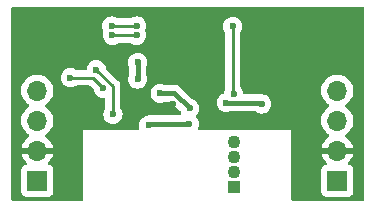
<source format=gbr>
%TF.GenerationSoftware,KiCad,Pcbnew,7.0.11-7.0.11~ubuntu22.04.1*%
%TF.CreationDate,2024-04-16T15:44:39+02:00*%
%TF.ProjectId,I2C_Module_SHT85_BME280_FUEL4EP,4932435f-4d6f-4647-956c-655f53485438,V1.3*%
%TF.SameCoordinates,Original*%
%TF.FileFunction,Copper,L2,Bot*%
%TF.FilePolarity,Positive*%
%FSLAX46Y46*%
G04 Gerber Fmt 4.6, Leading zero omitted, Abs format (unit mm)*
G04 Created by KiCad (PCBNEW 7.0.11-7.0.11~ubuntu22.04.1) date 2024-04-16 15:44:39*
%MOMM*%
%LPD*%
G01*
G04 APERTURE LIST*
%TA.AperFunction,ComponentPad*%
%ADD10R,1.100000X1.100000*%
%TD*%
%TA.AperFunction,ComponentPad*%
%ADD11C,1.100000*%
%TD*%
%TA.AperFunction,ComponentPad*%
%ADD12R,1.700000X1.700000*%
%TD*%
%TA.AperFunction,ComponentPad*%
%ADD13O,1.700000X1.700000*%
%TD*%
%TA.AperFunction,ViaPad*%
%ADD14C,0.600000*%
%TD*%
%TA.AperFunction,Conductor*%
%ADD15C,0.400000*%
%TD*%
%TA.AperFunction,Conductor*%
%ADD16C,0.250000*%
%TD*%
G04 APERTURE END LIST*
D10*
%TO.P,U2,1,SCL*%
%TO.N,/SCL*%
X19125000Y1420000D03*
D11*
%TO.P,U2,2,VDD*%
%TO.N,VDDA*%
X19125000Y2690000D03*
%TO.P,U2,3,VSS*%
%TO.N,GND*%
X19125000Y3960000D03*
%TO.P,U2,4,SDA*%
%TO.N,/SDA*%
X19125000Y5230000D03*
%TD*%
D12*
%TO.P,J1,1,Pin_1*%
%TO.N,VCC*%
X2500000Y2000000D03*
D13*
%TO.P,J1,2,Pin_2*%
%TO.N,GND*%
X2500000Y4540000D03*
%TO.P,J1,3,Pin_3*%
%TO.N,/SCL*%
X2500000Y7080000D03*
%TO.P,J1,4,Pin_4*%
%TO.N,/SDA*%
X2500000Y9620000D03*
%TD*%
D12*
%TO.P,J2,1,Pin_1*%
%TO.N,VCC*%
X27900000Y2000000D03*
D13*
%TO.P,J2,2,Pin_2*%
%TO.N,GND*%
X27900000Y4540000D03*
%TO.P,J2,3,Pin_3*%
%TO.N,/SCL*%
X27900000Y7080000D03*
%TO.P,J2,4,Pin_4*%
%TO.N,/SDA*%
X27900000Y9620000D03*
%TD*%
D14*
%TO.N,VCC*%
X18500000Y8600000D03*
X11925000Y6675000D03*
X21487104Y8490452D03*
X15368742Y6831258D03*
%TO.N,GND*%
X4250000Y6290000D03*
X17625002Y7650000D03*
X12252178Y11675500D03*
X26180000Y6260000D03*
X5300000Y8200000D03*
X14019014Y8491742D03*
X9500500Y11500500D03*
X9700000Y6500000D03*
X17020000Y7000000D03*
X24410000Y8030000D03*
X22800000Y8900000D03*
X10700000Y9000000D03*
%TO.N,/SCL*%
X8857217Y14300000D03*
X7500000Y11400000D03*
X8900000Y7600000D03*
X10900000Y14300000D03*
%TO.N,/SDA*%
X19124500Y9347188D03*
X19050000Y15050000D03*
X5300000Y10700000D03*
X8786493Y15096368D03*
X10900000Y15099503D03*
X8100000Y9800002D03*
%TO.N,VDDA*%
X10985000Y10597577D03*
X11000000Y12000000D03*
X12900000Y9400000D03*
X15395802Y8104198D03*
%TD*%
D15*
%TO.N,VCC*%
X12081258Y6831258D02*
X11925000Y6675000D01*
X18500000Y8600000D02*
X21377556Y8600000D01*
X15368742Y6831258D02*
X12081258Y6831258D01*
X21377556Y8600000D02*
X21487104Y8490452D01*
D16*
%TO.N,/SCL*%
X7500000Y11400000D02*
X8900000Y10000000D01*
X10900000Y14300000D02*
X8857217Y14300000D01*
X8900000Y10000000D02*
X8900000Y7600000D01*
%TO.N,/SDA*%
X5300000Y10700000D02*
X7200000Y10700000D01*
X7200000Y10700000D02*
X8100000Y9800002D01*
X19050000Y15050000D02*
X19050000Y9421688D01*
X10900000Y15099503D02*
X10896865Y15096368D01*
X19050000Y9421688D02*
X19124500Y9347188D01*
X10896865Y15096368D02*
X8786493Y15096368D01*
D15*
%TO.N,VDDA*%
X11000000Y12000000D02*
X11000000Y10619423D01*
X14100000Y9400000D02*
X15395802Y8104198D01*
X11000000Y10619423D02*
X11000000Y10612577D01*
X11000000Y10619423D02*
X10981577Y10601000D01*
X11000000Y10612577D02*
X10985000Y10597577D01*
X12900000Y9400000D02*
X14100000Y9400000D01*
%TD*%
%TA.AperFunction,Conductor*%
%TO.N,GND*%
G36*
X30142121Y16679998D02*
G01*
X30188614Y16626342D01*
X30200000Y16574000D01*
X30200000Y426000D01*
X30179998Y357879D01*
X30126342Y311386D01*
X30074000Y300000D01*
X24126000Y300000D01*
X24057879Y320002D01*
X24011386Y373658D01*
X24000000Y426000D01*
X24000000Y6300000D01*
X16216475Y6300000D01*
X16148354Y6320002D01*
X16101861Y6373658D01*
X16091757Y6443932D01*
X16100108Y6471332D01*
X16099448Y6471564D01*
X16107282Y6493953D01*
X16161959Y6650211D01*
X16182358Y6831258D01*
X16161959Y7012305D01*
X16138272Y7080000D01*
X26536844Y7080000D01*
X26555401Y6856050D01*
X26555437Y6855624D01*
X26610702Y6637387D01*
X26610703Y6637386D01*
X26701141Y6431206D01*
X26824275Y6242734D01*
X26824279Y6242729D01*
X26976762Y6077091D01*
X27154424Y5938811D01*
X27154430Y5938807D01*
X27188207Y5920528D01*
X27238597Y5870515D01*
X27253949Y5801198D01*
X27229388Y5734585D01*
X27188207Y5698902D01*
X27154704Y5680771D01*
X27154698Y5680767D01*
X26977097Y5542534D01*
X26824674Y5376958D01*
X26701580Y5188548D01*
X26611179Y4982456D01*
X26611176Y4982449D01*
X26563455Y4794000D01*
X27468884Y4794000D01*
X27440507Y4749844D01*
X27400000Y4611889D01*
X27400000Y4468111D01*
X27440507Y4330156D01*
X27468884Y4286000D01*
X26563456Y4286000D01*
X26563455Y4285999D01*
X26611176Y4097550D01*
X26611179Y4097543D01*
X26701580Y3891451D01*
X26824674Y3703041D01*
X26967981Y3547367D01*
X26999401Y3483701D01*
X26991414Y3413156D01*
X26946554Y3358127D01*
X26919312Y3343975D01*
X26803796Y3300889D01*
X26803792Y3300887D01*
X26686738Y3213261D01*
X26599112Y3096207D01*
X26599110Y3096202D01*
X26548011Y2959204D01*
X26548009Y2959196D01*
X26541500Y2898649D01*
X26541500Y1101350D01*
X26548009Y1040803D01*
X26548011Y1040795D01*
X26599110Y903797D01*
X26599112Y903792D01*
X26686738Y786738D01*
X26803792Y699112D01*
X26803797Y699110D01*
X26940795Y648011D01*
X26940803Y648009D01*
X27001350Y641500D01*
X27001362Y641500D01*
X28798649Y641500D01*
X28859196Y648009D01*
X28859204Y648011D01*
X28996202Y699110D01*
X28996207Y699112D01*
X29113261Y786738D01*
X29200887Y903792D01*
X29200889Y903797D01*
X29251988Y1040795D01*
X29251990Y1040803D01*
X29258499Y1101350D01*
X29258500Y1101367D01*
X29258500Y2898632D01*
X29258499Y2898649D01*
X29251990Y2959196D01*
X29251988Y2959204D01*
X29244960Y2978045D01*
X29200889Y3096204D01*
X29113261Y3213261D01*
X28996204Y3300889D01*
X28880684Y3343976D01*
X28823852Y3386521D01*
X28799041Y3453042D01*
X28814133Y3522416D01*
X28832018Y3547367D01*
X28975325Y3703041D01*
X29098419Y3891451D01*
X29188820Y4097543D01*
X29188823Y4097550D01*
X29236544Y4285999D01*
X29236544Y4286000D01*
X28331116Y4286000D01*
X28359493Y4330156D01*
X28400000Y4468111D01*
X28400000Y4611889D01*
X28359493Y4749844D01*
X28331116Y4794000D01*
X29236544Y4794000D01*
X29188823Y4982449D01*
X29188820Y4982456D01*
X29098419Y5188548D01*
X28975325Y5376958D01*
X28822902Y5542534D01*
X28645301Y5680767D01*
X28611793Y5698901D01*
X28561403Y5748914D01*
X28546050Y5818230D01*
X28570610Y5884844D01*
X28611792Y5920528D01*
X28645576Y5938811D01*
X28774155Y6038889D01*
X28823237Y6077091D01*
X28975720Y6242729D01*
X28975724Y6242734D01*
X29098858Y6431206D01*
X29098860Y6431209D01*
X29189296Y6637384D01*
X29244564Y6855632D01*
X29263156Y7080000D01*
X29244564Y7304368D01*
X29189296Y7522616D01*
X29098860Y7728791D01*
X28975722Y7917268D01*
X28823240Y8082906D01*
X28645576Y8221189D01*
X28612319Y8239186D01*
X28561929Y8289198D01*
X28546576Y8358515D01*
X28571136Y8425128D01*
X28612320Y8460814D01*
X28645569Y8478807D01*
X28645570Y8478808D01*
X28645576Y8478811D01*
X28741382Y8553381D01*
X28823237Y8617091D01*
X28975720Y8782729D01*
X28975724Y8782734D01*
X29098858Y8971206D01*
X29098860Y8971209D01*
X29189296Y9177384D01*
X29200973Y9223493D01*
X29244562Y9395624D01*
X29244564Y9395632D01*
X29263156Y9620000D01*
X29244564Y9844368D01*
X29189296Y10062616D01*
X29098860Y10268791D01*
X28975722Y10457268D01*
X28823240Y10622906D01*
X28645576Y10761189D01*
X28447574Y10868342D01*
X28234635Y10941444D01*
X28012569Y10978500D01*
X27787431Y10978500D01*
X27565365Y10941444D01*
X27464227Y10906723D01*
X27352428Y10868343D01*
X27352427Y10868342D01*
X27352426Y10868342D01*
X27154424Y10761189D01*
X27031331Y10665381D01*
X26976762Y10622908D01*
X26824279Y10457270D01*
X26824275Y10457265D01*
X26702600Y10271026D01*
X26701140Y10268791D01*
X26611263Y10063889D01*
X26610703Y10062613D01*
X26610702Y10062612D01*
X26555437Y9844375D01*
X26555436Y9844370D01*
X26555436Y9844368D01*
X26536844Y9620000D01*
X26553384Y9420393D01*
X26555437Y9395624D01*
X26610702Y9177387D01*
X26610703Y9177386D01*
X26701141Y8971206D01*
X26824275Y8782734D01*
X26824279Y8782729D01*
X26976762Y8617091D01*
X27139468Y8490452D01*
X27154424Y8478811D01*
X27154431Y8478807D01*
X27187680Y8460814D01*
X27238071Y8410800D01*
X27253423Y8341484D01*
X27228862Y8274871D01*
X27187680Y8239186D01*
X27154424Y8221189D01*
X27046816Y8137433D01*
X26976762Y8082908D01*
X26824279Y7917270D01*
X26824275Y7917265D01*
X26703755Y7732794D01*
X26701140Y7728791D01*
X26611409Y7524222D01*
X26610703Y7522613D01*
X26610702Y7522612D01*
X26555437Y7304375D01*
X26555436Y7304370D01*
X26555436Y7304368D01*
X26536844Y7080000D01*
X16138272Y7080000D01*
X16101785Y7184273D01*
X16004853Y7338539D01*
X15978289Y7365102D01*
X15944264Y7427413D01*
X15949328Y7498229D01*
X15978287Y7543291D01*
X16031913Y7596917D01*
X16031915Y7596919D01*
X16128843Y7751179D01*
X16128844Y7751182D01*
X16128845Y7751183D01*
X16189019Y7923151D01*
X16209418Y8104198D01*
X16189019Y8285245D01*
X16128845Y8457213D01*
X16039126Y8600000D01*
X17686384Y8600000D01*
X17706783Y8418953D01*
X17706783Y8418950D01*
X17706784Y8418949D01*
X17766957Y8246984D01*
X17766958Y8246981D01*
X17863887Y8092720D01*
X17863888Y8092718D01*
X17992718Y7963888D01*
X17992720Y7963887D01*
X18146981Y7866958D01*
X18146984Y7866957D01*
X18318949Y7806784D01*
X18318950Y7806783D01*
X18318953Y7806783D01*
X18500000Y7786384D01*
X18681047Y7806783D01*
X18853015Y7866957D01*
X18861337Y7872186D01*
X18928375Y7891500D01*
X20890473Y7891500D01*
X20958594Y7871498D01*
X20979568Y7854595D01*
X20979822Y7854340D01*
X20979824Y7854339D01*
X21134085Y7757410D01*
X21134088Y7757409D01*
X21306053Y7697236D01*
X21306054Y7697235D01*
X21306057Y7697235D01*
X21487104Y7676836D01*
X21668151Y7697235D01*
X21840119Y7757409D01*
X21840122Y7757410D01*
X21994383Y7854339D01*
X21994385Y7854340D01*
X22123215Y7983170D01*
X22123216Y7983172D01*
X22220145Y8137433D01*
X22220146Y8137436D01*
X22220147Y8137437D01*
X22280321Y8309405D01*
X22300720Y8490452D01*
X22280321Y8671499D01*
X22220147Y8843467D01*
X22123215Y8997733D01*
X21994385Y9126563D01*
X21840119Y9223495D01*
X21668151Y9283669D01*
X21487104Y9304068D01*
X21487102Y9304067D01*
X21487100Y9304068D01*
X21480026Y9304068D01*
X21480026Y9305130D01*
X21455795Y9305960D01*
X21420649Y9312402D01*
X21360565Y9308767D01*
X21359946Y9308730D01*
X21352338Y9308500D01*
X20055075Y9308500D01*
X19986954Y9328502D01*
X19940461Y9382158D01*
X19929868Y9420388D01*
X19917717Y9528235D01*
X19857543Y9700203D01*
X19760611Y9854469D01*
X19720406Y9894674D01*
X19686380Y9956985D01*
X19683500Y9983770D01*
X19683500Y14502262D01*
X19702813Y14569298D01*
X19783041Y14696981D01*
X19783042Y14696984D01*
X19783043Y14696985D01*
X19843217Y14868953D01*
X19863616Y15050000D01*
X19843217Y15231047D01*
X19783043Y15403015D01*
X19686111Y15557281D01*
X19557281Y15686111D01*
X19403015Y15783043D01*
X19231047Y15843217D01*
X19050000Y15863616D01*
X18868953Y15843217D01*
X18696985Y15783043D01*
X18696982Y15783041D01*
X18696981Y15783041D01*
X18542720Y15686112D01*
X18542718Y15686111D01*
X18413888Y15557281D01*
X18413887Y15557279D01*
X18316958Y15403018D01*
X18316957Y15403015D01*
X18256783Y15231047D01*
X18236384Y15050000D01*
X18256783Y14868953D01*
X18256783Y14868950D01*
X18256784Y14868949D01*
X18316957Y14696984D01*
X18316958Y14696981D01*
X18397187Y14569298D01*
X18416500Y14502262D01*
X18416500Y9776358D01*
X18397185Y9709319D01*
X18391457Y9700203D01*
X18331283Y9528235D01*
X18324816Y9470837D01*
X18297311Y9405385D01*
X18241226Y9366019D01*
X18146985Y9333043D01*
X18146980Y9333040D01*
X17992720Y9236112D01*
X17992718Y9236111D01*
X17863888Y9107281D01*
X17863887Y9107279D01*
X17766958Y8953018D01*
X17766957Y8953015D01*
X17742284Y8882502D01*
X17706783Y8781047D01*
X17686384Y8600000D01*
X16039126Y8600000D01*
X16031913Y8611479D01*
X15903083Y8740309D01*
X15748817Y8837241D01*
X15646607Y8873005D01*
X15599132Y8902836D01*
X14618812Y9883156D01*
X14613627Y9888663D01*
X14573273Y9934215D01*
X14523195Y9968780D01*
X14517140Y9973235D01*
X14469226Y10010775D01*
X14459922Y10014961D01*
X14440066Y10026161D01*
X14431675Y10031954D01*
X14374802Y10053522D01*
X14367797Y10056423D01*
X14312329Y10081389D01*
X14302303Y10083226D01*
X14280330Y10089351D01*
X14270801Y10092965D01*
X14210398Y10100299D01*
X14202951Y10101432D01*
X14143093Y10112402D01*
X14083128Y10108774D01*
X14082390Y10108730D01*
X14074782Y10108500D01*
X13328375Y10108500D01*
X13261337Y10127814D01*
X13260911Y10128081D01*
X13253015Y10133043D01*
X13081047Y10193217D01*
X12900000Y10213616D01*
X12718953Y10193217D01*
X12546985Y10133043D01*
X12546982Y10133041D01*
X12546981Y10133041D01*
X12392720Y10036112D01*
X12392718Y10036111D01*
X12263888Y9907281D01*
X12263887Y9907279D01*
X12166958Y9753018D01*
X12166957Y9753015D01*
X12120048Y9618955D01*
X12106783Y9581047D01*
X12086384Y9400000D01*
X12106783Y9218953D01*
X12106783Y9218950D01*
X12106784Y9218949D01*
X12166957Y9046984D01*
X12166958Y9046981D01*
X12263887Y8892720D01*
X12263888Y8892718D01*
X12392718Y8763888D01*
X12392720Y8763887D01*
X12546981Y8666958D01*
X12546984Y8666957D01*
X12718949Y8606784D01*
X12718950Y8606783D01*
X12718953Y8606783D01*
X12900000Y8586384D01*
X13081047Y8606783D01*
X13094468Y8611479D01*
X13253015Y8666957D01*
X13261337Y8672186D01*
X13328375Y8691500D01*
X13754339Y8691500D01*
X13822460Y8671498D01*
X13843435Y8654595D01*
X14597162Y7900866D01*
X14626995Y7853387D01*
X14662759Y7751181D01*
X14674313Y7732794D01*
X14693619Y7664473D01*
X14672924Y7596560D01*
X14618797Y7550616D01*
X14567626Y7539758D01*
X12106463Y7539758D01*
X12098856Y7539988D01*
X12038165Y7543659D01*
X11978321Y7532692D01*
X11970878Y7531559D01*
X11910457Y7524223D01*
X11900917Y7520605D01*
X11878961Y7514484D01*
X11868929Y7512646D01*
X11813456Y7487679D01*
X11806482Y7484790D01*
X11785550Y7476851D01*
X11754986Y7469459D01*
X11743953Y7468217D01*
X11571985Y7408043D01*
X11571982Y7408041D01*
X11571981Y7408041D01*
X11417720Y7311112D01*
X11417718Y7311111D01*
X11288888Y7182281D01*
X11288887Y7182279D01*
X11191958Y7028018D01*
X11191957Y7028015D01*
X11131783Y6856047D01*
X11111384Y6675000D01*
X11131783Y6493953D01*
X11131783Y6493950D01*
X11131784Y6493949D01*
X11140999Y6467615D01*
X11144618Y6396710D01*
X11109329Y6335105D01*
X11046336Y6302359D01*
X11022070Y6300000D01*
X6400000Y6300000D01*
X6400000Y426000D01*
X6379998Y357879D01*
X6326342Y311386D01*
X6274000Y300000D01*
X426000Y300000D01*
X357879Y320002D01*
X311386Y373658D01*
X300000Y426000D01*
X300000Y7080000D01*
X1136844Y7080000D01*
X1155401Y6856050D01*
X1155437Y6855624D01*
X1210702Y6637387D01*
X1210703Y6637386D01*
X1301141Y6431206D01*
X1424275Y6242734D01*
X1424279Y6242729D01*
X1576762Y6077091D01*
X1754424Y5938811D01*
X1754430Y5938807D01*
X1788207Y5920528D01*
X1838597Y5870515D01*
X1853949Y5801198D01*
X1829388Y5734585D01*
X1788207Y5698902D01*
X1754704Y5680771D01*
X1754698Y5680767D01*
X1577097Y5542534D01*
X1424674Y5376958D01*
X1301580Y5188548D01*
X1211179Y4982456D01*
X1211176Y4982449D01*
X1163455Y4794000D01*
X2068884Y4794000D01*
X2040507Y4749844D01*
X2000000Y4611889D01*
X2000000Y4468111D01*
X2040507Y4330156D01*
X2068884Y4286000D01*
X1163456Y4286000D01*
X1163455Y4285999D01*
X1211176Y4097550D01*
X1211179Y4097543D01*
X1301580Y3891451D01*
X1424674Y3703041D01*
X1567981Y3547367D01*
X1599401Y3483701D01*
X1591414Y3413156D01*
X1546554Y3358127D01*
X1519312Y3343975D01*
X1403796Y3300889D01*
X1403792Y3300887D01*
X1286738Y3213261D01*
X1199112Y3096207D01*
X1199110Y3096202D01*
X1148011Y2959204D01*
X1148009Y2959196D01*
X1141500Y2898649D01*
X1141500Y1101350D01*
X1148009Y1040803D01*
X1148011Y1040795D01*
X1199110Y903797D01*
X1199112Y903792D01*
X1286738Y786738D01*
X1403792Y699112D01*
X1403797Y699110D01*
X1540795Y648011D01*
X1540803Y648009D01*
X1601350Y641500D01*
X1601362Y641500D01*
X3398649Y641500D01*
X3459196Y648009D01*
X3459204Y648011D01*
X3596202Y699110D01*
X3596207Y699112D01*
X3713261Y786738D01*
X3800887Y903792D01*
X3800889Y903797D01*
X3851988Y1040795D01*
X3851990Y1040803D01*
X3858499Y1101350D01*
X3858500Y1101367D01*
X3858500Y2898632D01*
X3858499Y2898649D01*
X3851990Y2959196D01*
X3851988Y2959204D01*
X3844960Y2978045D01*
X3800889Y3096204D01*
X3713261Y3213261D01*
X3596204Y3300889D01*
X3480684Y3343976D01*
X3423852Y3386521D01*
X3399041Y3453042D01*
X3414133Y3522416D01*
X3432018Y3547367D01*
X3575325Y3703041D01*
X3698419Y3891451D01*
X3788820Y4097543D01*
X3788823Y4097550D01*
X3836544Y4285999D01*
X3836544Y4286000D01*
X2931116Y4286000D01*
X2959493Y4330156D01*
X3000000Y4468111D01*
X3000000Y4611889D01*
X2959493Y4749844D01*
X2931116Y4794000D01*
X3836544Y4794000D01*
X3788823Y4982449D01*
X3788820Y4982456D01*
X3698419Y5188548D01*
X3575325Y5376958D01*
X3422902Y5542534D01*
X3245301Y5680767D01*
X3211793Y5698901D01*
X3161403Y5748914D01*
X3146050Y5818230D01*
X3170610Y5884844D01*
X3211792Y5920528D01*
X3245576Y5938811D01*
X3374155Y6038889D01*
X3423237Y6077091D01*
X3575720Y6242729D01*
X3575724Y6242734D01*
X3698858Y6431206D01*
X3698860Y6431209D01*
X3789296Y6637384D01*
X3844564Y6855632D01*
X3863156Y7080000D01*
X3844564Y7304368D01*
X3789296Y7522616D01*
X3698860Y7728791D01*
X3575722Y7917268D01*
X3423240Y8082906D01*
X3245576Y8221189D01*
X3212319Y8239186D01*
X3161929Y8289198D01*
X3146576Y8358515D01*
X3171136Y8425128D01*
X3212320Y8460814D01*
X3245569Y8478807D01*
X3245570Y8478808D01*
X3245576Y8478811D01*
X3341382Y8553381D01*
X3423237Y8617091D01*
X3575720Y8782729D01*
X3575724Y8782734D01*
X3698858Y8971206D01*
X3698860Y8971209D01*
X3789296Y9177384D01*
X3800973Y9223493D01*
X3844562Y9395624D01*
X3844564Y9395632D01*
X3863156Y9620000D01*
X3844564Y9844368D01*
X3789296Y10062616D01*
X3698860Y10268791D01*
X3575722Y10457268D01*
X3423240Y10622906D01*
X3324191Y10700000D01*
X4486384Y10700000D01*
X4506783Y10518953D01*
X4506783Y10518950D01*
X4506784Y10518949D01*
X4566957Y10346984D01*
X4566958Y10346981D01*
X4663887Y10192720D01*
X4663888Y10192718D01*
X4792718Y10063888D01*
X4792720Y10063887D01*
X4946981Y9966958D01*
X4946984Y9966957D01*
X5118949Y9906784D01*
X5118950Y9906783D01*
X5118953Y9906783D01*
X5300000Y9886384D01*
X5481047Y9906783D01*
X5482465Y9907279D01*
X5653015Y9966957D01*
X5653017Y9966958D01*
X5780701Y10047187D01*
X5847737Y10066500D01*
X6885406Y10066500D01*
X6953527Y10046498D01*
X6974496Y10029599D01*
X7120957Y9883139D01*
X7265657Y9738439D01*
X7299682Y9676127D01*
X7301768Y9663454D01*
X7306781Y9618963D01*
X7306784Y9618949D01*
X7366957Y9446986D01*
X7366958Y9446983D01*
X7463887Y9292722D01*
X7463888Y9292720D01*
X7592718Y9163890D01*
X7592720Y9163889D01*
X7746981Y9066960D01*
X7746984Y9066959D01*
X7918949Y9006786D01*
X7918950Y9006785D01*
X7918953Y9006785D01*
X8100000Y8986386D01*
X8100001Y8986386D01*
X8100003Y8986386D01*
X8126397Y8989359D01*
X8196328Y8977108D01*
X8248535Y8928993D01*
X8266500Y8864151D01*
X8266500Y8147737D01*
X8247187Y8080701D01*
X8173789Y7963888D01*
X8166957Y7953015D01*
X8106783Y7781047D01*
X8086384Y7600000D01*
X8106783Y7418953D01*
X8106783Y7418950D01*
X8106784Y7418949D01*
X8166957Y7246984D01*
X8166958Y7246981D01*
X8263887Y7092720D01*
X8263888Y7092718D01*
X8392718Y6963888D01*
X8392720Y6963887D01*
X8546981Y6866958D01*
X8546984Y6866957D01*
X8718949Y6806784D01*
X8718950Y6806783D01*
X8718953Y6806783D01*
X8900000Y6786384D01*
X9081047Y6806783D01*
X9221845Y6856050D01*
X9253015Y6866957D01*
X9253018Y6866958D01*
X9407279Y6963887D01*
X9407281Y6963888D01*
X9536111Y7092718D01*
X9536112Y7092720D01*
X9633041Y7246981D01*
X9633042Y7246984D01*
X9633043Y7246985D01*
X9693217Y7418953D01*
X9713616Y7600000D01*
X9693217Y7781047D01*
X9633043Y7953015D01*
X9589817Y8021807D01*
X9552813Y8080701D01*
X9533500Y8147737D01*
X9533500Y9916147D01*
X9535248Y9931990D01*
X9534956Y9932018D01*
X9535700Y9939901D01*
X9535702Y9939909D01*
X9533561Y10007985D01*
X9533500Y10011943D01*
X9533500Y10039851D01*
X9533500Y10039856D01*
X9532992Y10043867D01*
X9532061Y10055704D01*
X9531196Y10083226D01*
X9530673Y10099889D01*
X9525019Y10119347D01*
X9521013Y10138694D01*
X9518474Y10158797D01*
X9502195Y10199910D01*
X9498353Y10211130D01*
X9486018Y10253593D01*
X9475708Y10271026D01*
X9467009Y10288780D01*
X9459552Y10307617D01*
X9433558Y10343392D01*
X9427051Y10353298D01*
X9404542Y10391362D01*
X9390218Y10405685D01*
X9377374Y10420724D01*
X9365472Y10437107D01*
X9331386Y10465303D01*
X9322630Y10473272D01*
X9198325Y10597577D01*
X10171384Y10597577D01*
X10191783Y10416530D01*
X10191783Y10416527D01*
X10191784Y10416526D01*
X10251957Y10244561D01*
X10251958Y10244558D01*
X10348887Y10090297D01*
X10348888Y10090295D01*
X10477718Y9961465D01*
X10477720Y9961464D01*
X10631981Y9864535D01*
X10631984Y9864534D01*
X10803949Y9804361D01*
X10803950Y9804360D01*
X10803953Y9804360D01*
X10985000Y9783961D01*
X11166047Y9804360D01*
X11338015Y9864534D01*
X11338018Y9864535D01*
X11492279Y9961464D01*
X11492281Y9961465D01*
X11621111Y10090295D01*
X11621112Y10090297D01*
X11718041Y10244558D01*
X11718042Y10244561D01*
X11718043Y10244562D01*
X11778217Y10416530D01*
X11798616Y10597577D01*
X11778217Y10778624D01*
X11721244Y10941444D01*
X11715706Y10957272D01*
X11717897Y10958038D01*
X11708500Y10999167D01*
X11708500Y11571624D01*
X11727812Y11638658D01*
X11733040Y11646979D01*
X11733042Y11646984D01*
X11733043Y11646985D01*
X11793217Y11818953D01*
X11813616Y12000000D01*
X11793217Y12181047D01*
X11733043Y12353015D01*
X11636111Y12507281D01*
X11507281Y12636111D01*
X11353015Y12733043D01*
X11181047Y12793217D01*
X11000000Y12813616D01*
X10818953Y12793217D01*
X10646985Y12733043D01*
X10646982Y12733041D01*
X10646981Y12733041D01*
X10492720Y12636112D01*
X10492718Y12636111D01*
X10363888Y12507281D01*
X10363887Y12507279D01*
X10266958Y12353018D01*
X10266957Y12353015D01*
X10206783Y12181047D01*
X10186384Y12000000D01*
X10206783Y11818953D01*
X10206783Y11818950D01*
X10206784Y11818949D01*
X10266957Y11646984D01*
X10266959Y11646979D01*
X10272188Y11638658D01*
X10291500Y11571624D01*
X10291500Y11049824D01*
X10272187Y10982787D01*
X10251956Y10950591D01*
X10223176Y10868341D01*
X10191783Y10778624D01*
X10171384Y10597577D01*
X9198325Y10597577D01*
X8334341Y11461562D01*
X8300317Y11523872D01*
X8298231Y11536539D01*
X8293217Y11581047D01*
X8233043Y11753015D01*
X8136111Y11907281D01*
X8007281Y12036111D01*
X7853015Y12133043D01*
X7681047Y12193217D01*
X7500000Y12213616D01*
X7318953Y12193217D01*
X7146985Y12133043D01*
X7146982Y12133041D01*
X7146981Y12133041D01*
X6992720Y12036112D01*
X6992718Y12036111D01*
X6863888Y11907281D01*
X6863887Y11907279D01*
X6766958Y11753018D01*
X6766957Y11753015D01*
X6729854Y11646979D01*
X6706783Y11581047D01*
X6691498Y11445390D01*
X6663995Y11379939D01*
X6605471Y11339747D01*
X6566291Y11333500D01*
X5847737Y11333500D01*
X5780701Y11352813D01*
X5705602Y11400000D01*
X5653015Y11433043D01*
X5481047Y11493217D01*
X5300000Y11513616D01*
X5118953Y11493217D01*
X4946985Y11433043D01*
X4946982Y11433041D01*
X4946981Y11433041D01*
X4792720Y11336112D01*
X4792718Y11336111D01*
X4663888Y11207281D01*
X4663887Y11207279D01*
X4566958Y11053018D01*
X4566957Y11053015D01*
X4506783Y10881047D01*
X4486384Y10700000D01*
X3324191Y10700000D01*
X3245576Y10761189D01*
X3047574Y10868342D01*
X2834635Y10941444D01*
X2612569Y10978500D01*
X2387431Y10978500D01*
X2165365Y10941444D01*
X2064227Y10906723D01*
X1952428Y10868343D01*
X1952427Y10868342D01*
X1952426Y10868342D01*
X1754424Y10761189D01*
X1631331Y10665381D01*
X1576762Y10622908D01*
X1424279Y10457270D01*
X1424275Y10457265D01*
X1302600Y10271026D01*
X1301140Y10268791D01*
X1211263Y10063889D01*
X1210703Y10062613D01*
X1210702Y10062612D01*
X1155437Y9844375D01*
X1155436Y9844370D01*
X1155436Y9844368D01*
X1136844Y9620000D01*
X1153384Y9420393D01*
X1155437Y9395624D01*
X1210702Y9177387D01*
X1210703Y9177386D01*
X1301141Y8971206D01*
X1424275Y8782734D01*
X1424279Y8782729D01*
X1576762Y8617091D01*
X1739468Y8490452D01*
X1754424Y8478811D01*
X1754431Y8478807D01*
X1787680Y8460814D01*
X1838071Y8410800D01*
X1853423Y8341484D01*
X1828862Y8274871D01*
X1787680Y8239186D01*
X1754424Y8221189D01*
X1646816Y8137433D01*
X1576762Y8082908D01*
X1424279Y7917270D01*
X1424275Y7917265D01*
X1303755Y7732794D01*
X1301140Y7728791D01*
X1211409Y7524222D01*
X1210703Y7522613D01*
X1210702Y7522612D01*
X1155437Y7304375D01*
X1155436Y7304370D01*
X1155436Y7304368D01*
X1136844Y7080000D01*
X300000Y7080000D01*
X300000Y15096368D01*
X7972877Y15096368D01*
X7993276Y14915321D01*
X7993276Y14915318D01*
X7993277Y14915317D01*
X8053449Y14743353D01*
X8053451Y14743350D01*
X8086898Y14690118D01*
X8106203Y14621796D01*
X8099139Y14581469D01*
X8064000Y14481047D01*
X8043601Y14300000D01*
X8064000Y14118953D01*
X8064000Y14118950D01*
X8064001Y14118949D01*
X8124174Y13946984D01*
X8124175Y13946981D01*
X8221104Y13792720D01*
X8221105Y13792718D01*
X8349935Y13663888D01*
X8349937Y13663887D01*
X8504198Y13566958D01*
X8504201Y13566957D01*
X8676166Y13506784D01*
X8676167Y13506783D01*
X8676170Y13506783D01*
X8857217Y13486384D01*
X9038264Y13506783D01*
X9210232Y13566957D01*
X9210234Y13566958D01*
X9337918Y13647187D01*
X9404954Y13666500D01*
X10352263Y13666500D01*
X10419299Y13647187D01*
X10546982Y13566958D01*
X10546984Y13566957D01*
X10718949Y13506784D01*
X10718950Y13506783D01*
X10718953Y13506783D01*
X10900000Y13486384D01*
X11081047Y13506783D01*
X11253015Y13566957D01*
X11253018Y13566958D01*
X11407279Y13663887D01*
X11407281Y13663888D01*
X11536111Y13792718D01*
X11536112Y13792720D01*
X11633041Y13946981D01*
X11633042Y13946984D01*
X11633043Y13946985D01*
X11693217Y14118953D01*
X11713616Y14300000D01*
X11693217Y14481047D01*
X11633043Y14653015D01*
X11633039Y14653020D01*
X11631250Y14658135D01*
X11627630Y14729040D01*
X11631250Y14741366D01*
X11633041Y14746485D01*
X11633043Y14746488D01*
X11693217Y14918456D01*
X11713616Y15099503D01*
X11693217Y15280550D01*
X11633043Y15452518D01*
X11536111Y15606784D01*
X11407281Y15735614D01*
X11253015Y15832546D01*
X11081047Y15892720D01*
X10900000Y15913119D01*
X10718953Y15892720D01*
X10546985Y15832546D01*
X10546982Y15832544D01*
X10546981Y15832544D01*
X10414309Y15749181D01*
X10347273Y15729868D01*
X9334230Y15729868D01*
X9267194Y15749181D01*
X9208300Y15786185D01*
X9139508Y15829411D01*
X8967540Y15889585D01*
X8786493Y15909984D01*
X8605446Y15889585D01*
X8433478Y15829411D01*
X8433475Y15829409D01*
X8433474Y15829409D01*
X8279213Y15732480D01*
X8279211Y15732479D01*
X8150381Y15603649D01*
X8150380Y15603647D01*
X8053451Y15449386D01*
X8053450Y15449383D01*
X7993276Y15277415D01*
X7972877Y15096368D01*
X300000Y15096368D01*
X300000Y16574000D01*
X320002Y16642121D01*
X373658Y16688614D01*
X426000Y16700000D01*
X30074000Y16700000D01*
X30142121Y16679998D01*
G37*
%TD.AperFunction*%
%TD*%
M02*

</source>
